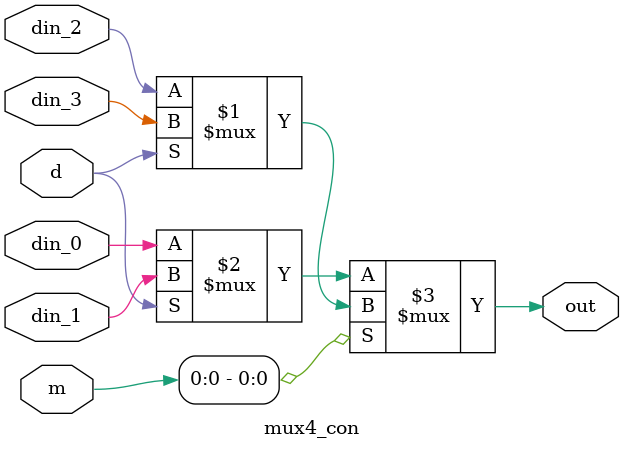
<source format=v>
module  mux4_con(din_0, din_1, din_2, din_3, d, m, out);

    input din_0, din_1, din_2, din_3, d;
    input [1:0] m;
    output wire out;

    assign out = (m[0]) ? (d) ? din_3 : din_2 : (d) ? din_1 : din_0;

endmodule

</source>
